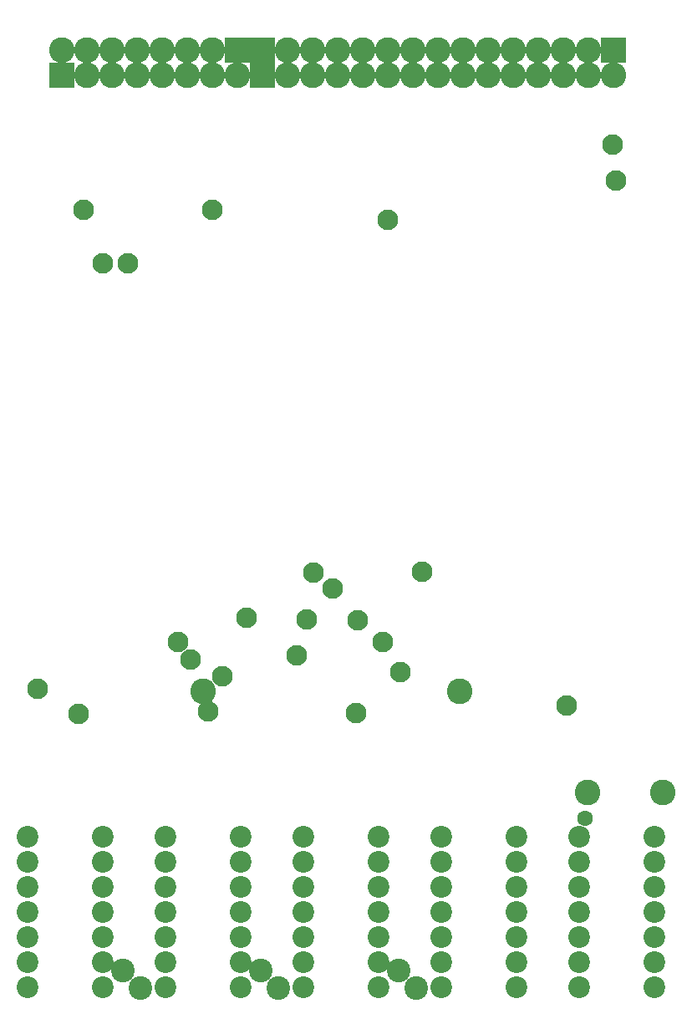
<source format=gbr>
%FSLAX34Y34*%
%MOMM*%
%LNSOLDERMASK_BOTTOM*%
G71*
G01*
%ADD10C, 2.60*%
%ADD11C, 2.20*%
%ADD12C, 2.10*%
%ADD13C, 1.60*%
%ADD14C, 2.60*%
%ADD15C, 2.60*%
%ADD16C, 2.40*%
%LPD*%
X206375Y977900D02*
G54D10*
D03*
X206375Y952500D02*
G54D10*
D03*
X180975Y977900D02*
G54D10*
D03*
X180975Y952500D02*
G54D10*
D03*
X155575Y977900D02*
G54D10*
D03*
G36*
X168575Y965500D02*
X168575Y939500D01*
X142575Y939500D01*
X142575Y965500D01*
X168575Y965500D01*
G37*
G36*
X346375Y990900D02*
X346375Y964900D01*
X320375Y964900D01*
X320375Y990900D01*
X346375Y990900D01*
G37*
X333375Y952500D02*
G54D10*
D03*
X307975Y977900D02*
G54D10*
D03*
X307975Y952500D02*
G54D10*
D03*
X282575Y977900D02*
G54D10*
D03*
X282575Y952500D02*
G54D10*
D03*
X257175Y977900D02*
G54D10*
D03*
X257175Y952500D02*
G54D10*
D03*
X231775Y977900D02*
G54D10*
D03*
X231775Y952500D02*
G54D10*
D03*
X460375Y977900D02*
G54D10*
D03*
X460375Y952500D02*
G54D10*
D03*
X434975Y977900D02*
G54D10*
D03*
X434975Y952500D02*
G54D10*
D03*
X409575Y977900D02*
G54D10*
D03*
X409575Y952500D02*
G54D10*
D03*
X384175Y977900D02*
G54D10*
D03*
X384175Y952500D02*
G54D10*
D03*
G36*
X371775Y990900D02*
X371775Y964900D01*
X345775Y964900D01*
X345775Y990900D01*
X371775Y990900D01*
G37*
G36*
X371775Y965500D02*
X371775Y939500D01*
X345775Y939500D01*
X345775Y965500D01*
X371775Y965500D01*
G37*
X587375Y977900D02*
G54D10*
D03*
X587375Y952500D02*
G54D10*
D03*
X561975Y977900D02*
G54D10*
D03*
X561975Y952500D02*
G54D10*
D03*
X536575Y977900D02*
G54D10*
D03*
X536575Y952500D02*
G54D10*
D03*
X511175Y977900D02*
G54D10*
D03*
X511175Y952500D02*
G54D10*
D03*
X485775Y977900D02*
G54D10*
D03*
X485775Y952500D02*
G54D10*
D03*
G36*
X727375Y990900D02*
X727375Y964900D01*
X701375Y964900D01*
X701375Y990900D01*
X727375Y990900D01*
G37*
X714375Y952500D02*
G54D10*
D03*
X688975Y977900D02*
G54D10*
D03*
X688975Y952500D02*
G54D10*
D03*
X663575Y977900D02*
G54D10*
D03*
X663575Y952500D02*
G54D10*
D03*
X638175Y977900D02*
G54D10*
D03*
X638175Y952500D02*
G54D10*
D03*
X612775Y977900D02*
G54D10*
D03*
X612775Y952500D02*
G54D10*
D03*
X120650Y180975D02*
G54D11*
D03*
X120650Y155575D02*
G54D11*
D03*
X120650Y130175D02*
G54D11*
D03*
X120650Y104775D02*
G54D11*
D03*
X196850Y180975D02*
G54D11*
D03*
X196850Y155575D02*
G54D11*
D03*
X196850Y130175D02*
G54D11*
D03*
X196850Y104775D02*
G54D11*
D03*
X120650Y79375D02*
G54D11*
D03*
X196850Y79375D02*
G54D11*
D03*
X120650Y53975D02*
G54D11*
D03*
X120650Y28575D02*
G54D11*
D03*
X196850Y53975D02*
G54D11*
D03*
X196850Y28575D02*
G54D11*
D03*
X400050Y180975D02*
G54D11*
D03*
X400050Y155575D02*
G54D11*
D03*
X400050Y130175D02*
G54D11*
D03*
X400050Y104775D02*
G54D11*
D03*
X476250Y180975D02*
G54D11*
D03*
X476250Y155575D02*
G54D11*
D03*
X476250Y130175D02*
G54D11*
D03*
X476250Y104775D02*
G54D11*
D03*
X400050Y79375D02*
G54D11*
D03*
X476250Y79375D02*
G54D11*
D03*
X400050Y53975D02*
G54D11*
D03*
X400050Y28575D02*
G54D11*
D03*
X476250Y53975D02*
G54D11*
D03*
X476250Y28575D02*
G54D11*
D03*
X539750Y180975D02*
G54D11*
D03*
X539750Y155575D02*
G54D11*
D03*
X539750Y130175D02*
G54D11*
D03*
X539750Y104775D02*
G54D11*
D03*
X615950Y180975D02*
G54D11*
D03*
X615950Y155575D02*
G54D11*
D03*
X615950Y130175D02*
G54D11*
D03*
X615950Y104775D02*
G54D11*
D03*
X539750Y79375D02*
G54D11*
D03*
X615950Y79375D02*
G54D11*
D03*
X539750Y53975D02*
G54D11*
D03*
X539750Y28575D02*
G54D11*
D03*
X615950Y53975D02*
G54D11*
D03*
X615950Y28575D02*
G54D11*
D03*
X679450Y180975D02*
G54D11*
D03*
X679450Y155575D02*
G54D11*
D03*
X679450Y130175D02*
G54D11*
D03*
X679450Y104775D02*
G54D11*
D03*
X755650Y180975D02*
G54D11*
D03*
X755650Y155575D02*
G54D11*
D03*
X755650Y130175D02*
G54D11*
D03*
X755650Y104775D02*
G54D11*
D03*
X679450Y79375D02*
G54D11*
D03*
X755650Y79375D02*
G54D11*
D03*
X679450Y53975D02*
G54D11*
D03*
X679450Y28575D02*
G54D11*
D03*
X755650Y53975D02*
G54D11*
D03*
X755650Y28575D02*
G54D11*
D03*
X222250Y762000D02*
G54D12*
D03*
X196850Y762000D02*
G54D12*
D03*
X285750Y360675D02*
G54D12*
D03*
X273050Y378775D02*
G54D12*
D03*
X393700Y365125D02*
G54D12*
D03*
X403350Y401475D02*
G54D12*
D03*
X410650Y448375D02*
G54D12*
D03*
X430150Y433075D02*
G54D12*
D03*
X455100Y400750D02*
G54D12*
D03*
X480500Y378525D02*
G54D12*
D03*
X318350Y343375D02*
G54D12*
D03*
X303350Y308375D02*
G54D12*
D03*
X342900Y403225D02*
G54D12*
D03*
X453350Y306550D02*
G54D12*
D03*
X498350Y347825D02*
G54D12*
D03*
X485775Y806450D02*
G54D12*
D03*
X520575Y449425D02*
G54D12*
D03*
X716661Y845665D02*
G54D12*
D03*
X685320Y199680D02*
G54D13*
D03*
X713900Y882100D02*
G54D12*
D03*
X307975Y815975D02*
G54D12*
D03*
X177800Y815975D02*
G54D12*
D03*
X666750Y314325D02*
G54D12*
D03*
X298350Y328375D02*
G54D14*
D03*
X558350Y328375D02*
G54D14*
D03*
X260350Y180975D02*
G54D11*
D03*
X260350Y155575D02*
G54D11*
D03*
X260350Y130175D02*
G54D11*
D03*
X260350Y104775D02*
G54D11*
D03*
X336550Y180975D02*
G54D11*
D03*
X336550Y155575D02*
G54D11*
D03*
X336550Y130175D02*
G54D11*
D03*
X336550Y104775D02*
G54D11*
D03*
X260350Y79375D02*
G54D11*
D03*
X336550Y79375D02*
G54D11*
D03*
X260350Y53975D02*
G54D11*
D03*
X260350Y28575D02*
G54D11*
D03*
X336550Y53975D02*
G54D11*
D03*
X336550Y28575D02*
G54D11*
D03*
X172300Y305275D02*
G54D12*
D03*
X131025Y330675D02*
G54D12*
D03*
X764752Y226318D02*
G54D15*
D03*
X688552Y226318D02*
G54D15*
D03*
X357208Y45939D02*
G54D16*
D03*
X374885Y28261D02*
G54D16*
D03*
X217508Y45939D02*
G54D16*
D03*
X235185Y28261D02*
G54D16*
D03*
X496908Y45939D02*
G54D16*
D03*
X514585Y28261D02*
G54D16*
D03*
M02*

</source>
